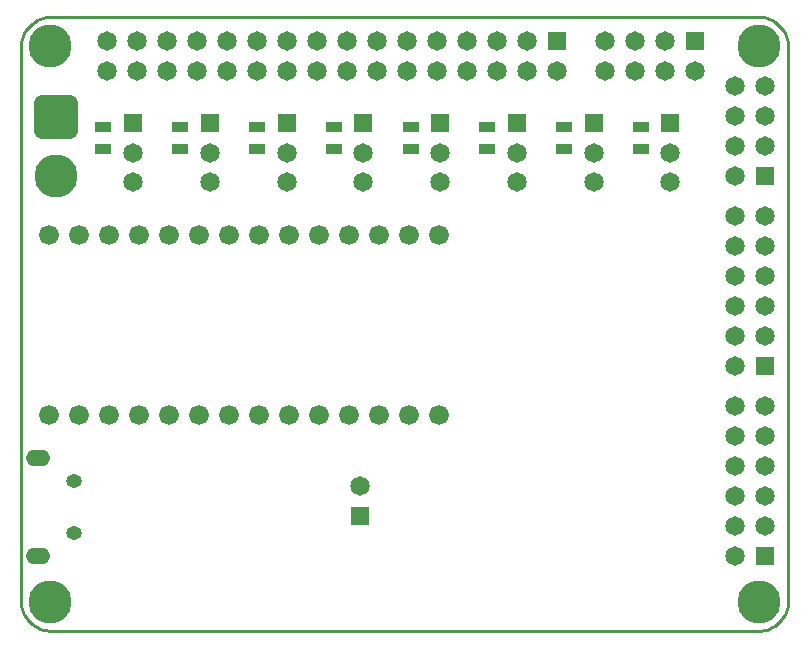
<source format=gbs>
G04*
G04 #@! TF.GenerationSoftware,Altium Limited,Altium Designer,21.3.2 (30)*
G04*
G04 Layer_Color=16711935*
%FSLAX25Y25*%
%MOIN*%
G70*
G04*
G04 #@! TF.SameCoordinates,4FB7CEAD-E32D-458C-9978-29DB153300B6*
G04*
G04*
G04 #@! TF.FilePolarity,Negative*
G04*
G01*
G75*
%ADD18C,0.01000*%
%ADD19C,0.00394*%
%ADD29R,0.05512X0.03740*%
%ADD57O,0.08071X0.05315*%
%ADD58O,0.05236X0.04449*%
%ADD59C,0.06614*%
%ADD60C,0.06496*%
G04:AMPARAMS|DCode=61|XSize=143.7mil|YSize=143.7mil|CornerRadius=20.18mil|HoleSize=0mil|Usage=FLASHONLY|Rotation=90.000|XOffset=0mil|YOffset=0mil|HoleType=Round|Shape=RoundedRectangle|*
%AMROUNDEDRECTD61*
21,1,0.14370,0.10335,0,0,90.0*
21,1,0.10335,0.14370,0,0,90.0*
1,1,0.04035,0.05167,0.05167*
1,1,0.04035,0.05167,-0.05167*
1,1,0.04035,-0.05167,-0.05167*
1,1,0.04035,-0.05167,0.05167*
%
%ADD61ROUNDEDRECTD61*%
%ADD62R,0.06496X0.06496*%
%ADD63R,0.06496X0.06496*%
%ADD64C,0.14370*%
D18*
X0Y10300D02*
X50Y9290D01*
X198Y8291D01*
X444Y7310D01*
X784Y6358D01*
X1216Y5445D01*
X1736Y4578D01*
X2338Y3766D01*
X3017Y3017D01*
X3766Y2338D01*
X4578Y1736D01*
X5445Y1216D01*
X6358Y784D01*
X7310Y444D01*
X8291Y198D01*
X9290Y50D01*
X10300Y0D01*
X245605D02*
X246615Y50D01*
X247615Y198D01*
X248595Y444D01*
X249547Y784D01*
X250461Y1216D01*
X251328Y1736D01*
X252140Y2338D01*
X252889Y3017D01*
X253568Y3766D01*
X254170Y4578D01*
X254689Y5445D01*
X255121Y6358D01*
X255462Y7310D01*
X255708Y8291D01*
X255856Y9290D01*
X255906Y10300D01*
Y194485D02*
X255856Y195495D01*
X255708Y196494D01*
X255462Y197475D01*
X255121Y198427D01*
X254689Y199340D01*
X254170Y200207D01*
X253568Y201019D01*
X252889Y201768D01*
X252140Y202447D01*
X251328Y203049D01*
X250461Y203569D01*
X249547Y204001D01*
X248595Y204342D01*
X247615Y204587D01*
X246615Y204735D01*
X245605Y204785D01*
X10300D02*
X9290Y204735D01*
X8291Y204587D01*
X7310Y204342D01*
X6358Y204001D01*
X5445Y203569D01*
X4578Y203049D01*
X3766Y202447D01*
X3017Y201768D01*
X2338Y201019D01*
X1736Y200207D01*
X1216Y199340D01*
X784Y198427D01*
X444Y197475D01*
X198Y196494D01*
X50Y195495D01*
X0Y194485D01*
Y10300D02*
Y91535D01*
X10300Y0D02*
X245606D01*
X255906Y10300D02*
Y194485D01*
X10300Y204785D02*
X245606D01*
X0Y91535D02*
Y194485D01*
D19*
X197Y19685D02*
Y62992D01*
D29*
X27559Y168012D02*
D03*
Y160728D02*
D03*
X155512Y168012D02*
D03*
Y160728D02*
D03*
X129921Y168012D02*
D03*
Y160728D02*
D03*
X78740Y168012D02*
D03*
Y160728D02*
D03*
X53150Y168012D02*
D03*
Y160728D02*
D03*
X104331Y168012D02*
D03*
Y160728D02*
D03*
X181102Y168012D02*
D03*
Y160728D02*
D03*
X206693Y168012D02*
D03*
Y160728D02*
D03*
D57*
X5906Y57776D02*
D03*
Y24902D02*
D03*
D58*
X17717Y32579D02*
D03*
Y50098D02*
D03*
D59*
X9528Y131890D02*
D03*
X19528D02*
D03*
X29528D02*
D03*
X39528D02*
D03*
X49528D02*
D03*
X59528D02*
D03*
X69528D02*
D03*
X109528D02*
D03*
X9528Y71890D02*
D03*
X79528D02*
D03*
Y131890D02*
D03*
X139528D02*
D03*
X129528D02*
D03*
X119528D02*
D03*
X99528D02*
D03*
X89528D02*
D03*
X19528Y71890D02*
D03*
X29528D02*
D03*
X39528D02*
D03*
X49528D02*
D03*
X59528D02*
D03*
X69528D02*
D03*
X89528D02*
D03*
X99528D02*
D03*
X109528D02*
D03*
X119528D02*
D03*
X129528D02*
D03*
X139528D02*
D03*
D60*
X248032Y161575D02*
D03*
X238032D02*
D03*
Y171575D02*
D03*
X248032D02*
D03*
Y181575D02*
D03*
X238032D02*
D03*
X214724Y186850D02*
D03*
X204724D02*
D03*
X194724Y196850D02*
D03*
X158898Y186850D02*
D03*
X148898D02*
D03*
X128898Y196850D02*
D03*
X118898D02*
D03*
Y186850D02*
D03*
X108898D02*
D03*
Y196850D02*
D03*
X98898D02*
D03*
Y186850D02*
D03*
X88898Y196850D02*
D03*
X78898Y186850D02*
D03*
Y196850D02*
D03*
X68898D02*
D03*
X58898Y186850D02*
D03*
X48898D02*
D03*
X38898Y196850D02*
D03*
X28898D02*
D03*
X248189Y35118D02*
D03*
X238189Y45118D02*
D03*
X248189Y55118D02*
D03*
Y65118D02*
D03*
Y75118D02*
D03*
X248032Y98268D02*
D03*
X238032D02*
D03*
X248032Y108268D02*
D03*
X238032D02*
D03*
X248032Y118268D02*
D03*
X238032Y128268D02*
D03*
Y138268D02*
D03*
X113189Y48386D02*
D03*
X37402Y159449D02*
D03*
X216535D02*
D03*
Y149606D02*
D03*
X28898Y186850D02*
D03*
X38898D02*
D03*
X48898Y196850D02*
D03*
X58898D02*
D03*
X68898Y186850D02*
D03*
X88898D02*
D03*
X128898D02*
D03*
X138898D02*
D03*
Y196850D02*
D03*
X148898D02*
D03*
X158898D02*
D03*
X168898Y186850D02*
D03*
Y196850D02*
D03*
X178898Y186850D02*
D03*
X238032Y151575D02*
D03*
X194724Y186850D02*
D03*
X204724Y196850D02*
D03*
X214724D02*
D03*
X224724Y186850D02*
D03*
X190945Y159449D02*
D03*
Y149606D02*
D03*
X165354Y159449D02*
D03*
Y149606D02*
D03*
X238189Y25118D02*
D03*
Y35118D02*
D03*
X248189Y45118D02*
D03*
X238189Y55118D02*
D03*
Y65118D02*
D03*
Y75118D02*
D03*
X238032Y88268D02*
D03*
Y118268D02*
D03*
X248032Y128268D02*
D03*
Y138268D02*
D03*
X37402Y149606D02*
D03*
X62992D02*
D03*
Y159449D02*
D03*
X88583Y149606D02*
D03*
Y159449D02*
D03*
X114173Y149606D02*
D03*
Y159449D02*
D03*
X139764Y149606D02*
D03*
Y159449D02*
D03*
D61*
X11811Y171260D02*
D03*
D62*
X216535Y169291D02*
D03*
X113189Y38386D02*
D03*
X248032Y151575D02*
D03*
X190945Y169291D02*
D03*
X165354D02*
D03*
X248189Y25118D02*
D03*
X248032Y88268D02*
D03*
X37402Y169291D02*
D03*
X62992D02*
D03*
X88583D02*
D03*
X114173D02*
D03*
X139764D02*
D03*
D63*
X178898Y196850D02*
D03*
X224724D02*
D03*
D64*
X11811Y151575D02*
D03*
X246063Y9843D02*
D03*
Y194882D02*
D03*
X9843D02*
D03*
Y9843D02*
D03*
M02*

</source>
